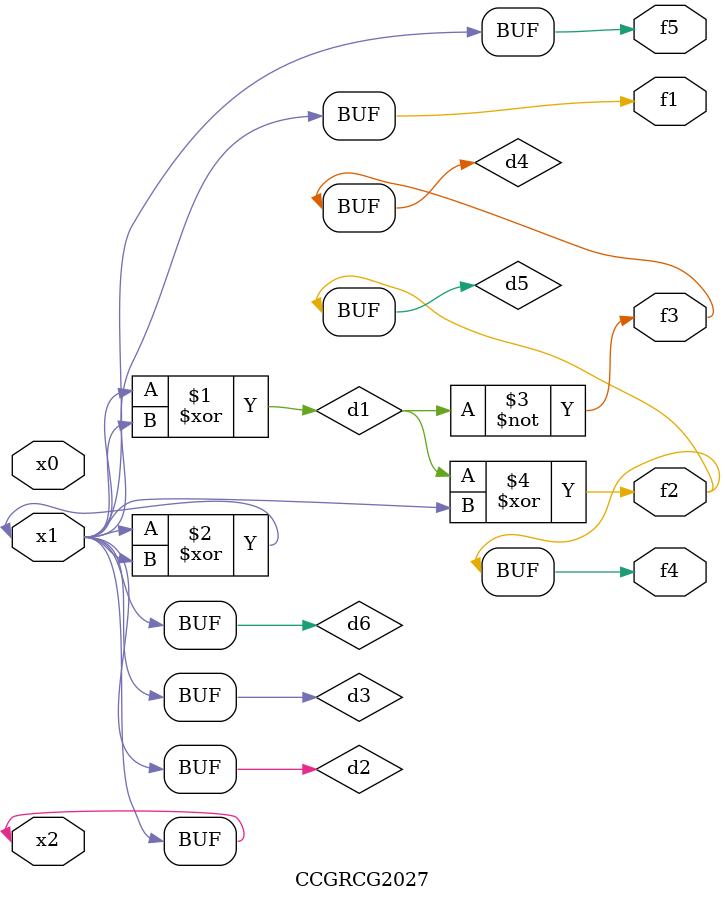
<source format=v>
module CCGRCG2027(
	input x0, x1, x2,
	output f1, f2, f3, f4, f5
);

	wire d1, d2, d3, d4, d5, d6;

	xor (d1, x1, x2);
	buf (d2, x1, x2);
	xor (d3, x1, x2);
	nor (d4, d1);
	xor (d5, d1, d2);
	buf (d6, d2, d3);
	assign f1 = d6;
	assign f2 = d5;
	assign f3 = d4;
	assign f4 = d5;
	assign f5 = d6;
endmodule

</source>
